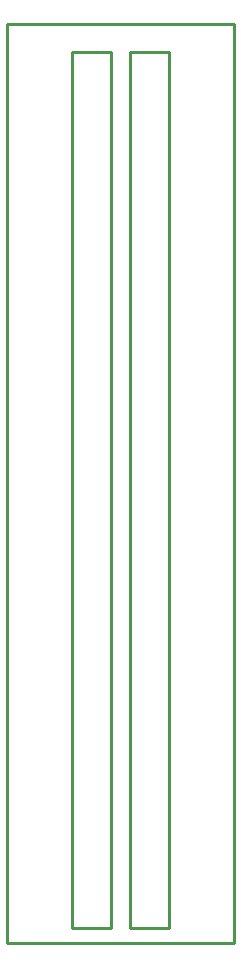
<source format=gko>
G04 Layer: BoardOutlineLayer*
G04 EasyEDA v6.5.23, 2023-06-01 15:37:06*
G04 43306e0f0007461cbf8c976e7c11b117,5a6b42c53f6a479593ecc07194224c93,10*
G04 Gerber Generator version 0.2*
G04 Scale: 100 percent, Rotated: No, Reflected: No *
G04 Dimensions in millimeters *
G04 leading zeros omitted , absolute positions ,4 integer and 5 decimal *
%FSLAX45Y45*%
%MOMM*%

%ADD10C,0.2540*%
D10*
X50800Y8674100D02*
G01*
X1968500Y8674100D01*
X1968500Y889000D01*
X50800Y889000D01*
X50800Y8674100D01*
X596900Y8432800D02*
G01*
X596900Y1016000D01*
X596900Y1016000D02*
G01*
X927100Y1016000D01*
X927100Y1016000D02*
G01*
X927100Y8432800D01*
X927100Y8432800D02*
G01*
X596900Y8432800D01*
X1092200Y8432800D02*
G01*
X1092200Y1016000D01*
X1092200Y1016000D02*
G01*
X1422400Y1016000D01*
X1422400Y1016000D02*
G01*
X1422400Y8432800D01*
X1422400Y8432800D02*
G01*
X1092200Y8432800D01*

%LPD*%
M02*

</source>
